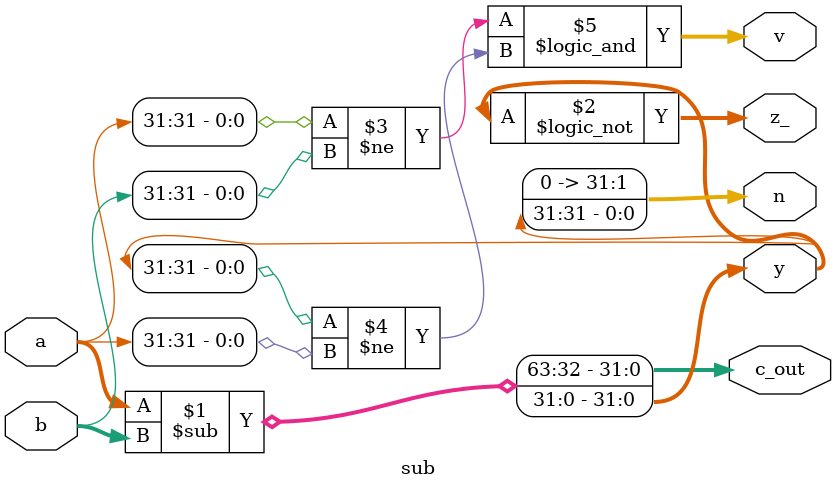
<source format=sv>
module sub #(parameter N = 32)(
    input logic [N-1:0] a, b,
    output logic [N-1:0] y, 
    output logic [N-1:0] c_out, //flag
    output logic [N-1:0] z_, // zero flag
    output logic [N-1:0] v, //overflow flag
    output logic [N-1:0] n // negative flag
);

assign {c_out, y} = a - b;

assign z_ = (y == 32'b0);

assign v = (a[N-1] != b[N-1]) && (y[N-1]  != a[N-1]);

assign n = y[N-1];
    
endmodule

</source>
